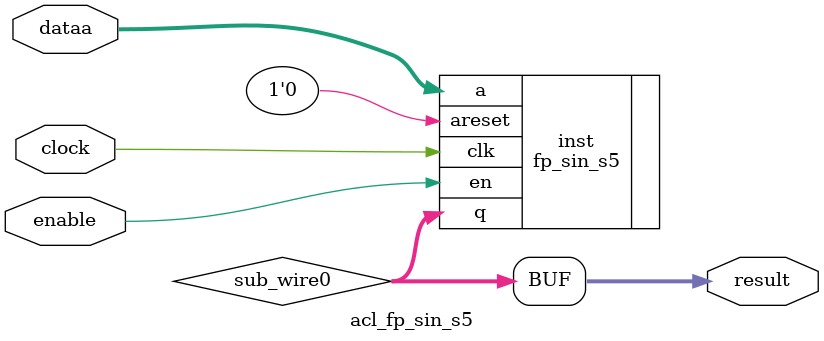
<source format=v>


`timescale 1 ps / 1 ps
// synopsys translate_on
module acl_fp_sin_s5 (
	enable,
	clock,
	dataa,
	result);

	input	  enable;
	input	  clock;
	input	[31:0]  dataa;
	output	[31:0]  result;

	wire [31:0] sub_wire0;
	wire [31:0] result = sub_wire0[31:0];

	fp_sin_s5 inst(
				.en (enable),
				.clk (clock),
				.a (dataa),
				.q (sub_wire0),
        .areset(1'b0));

endmodule

</source>
